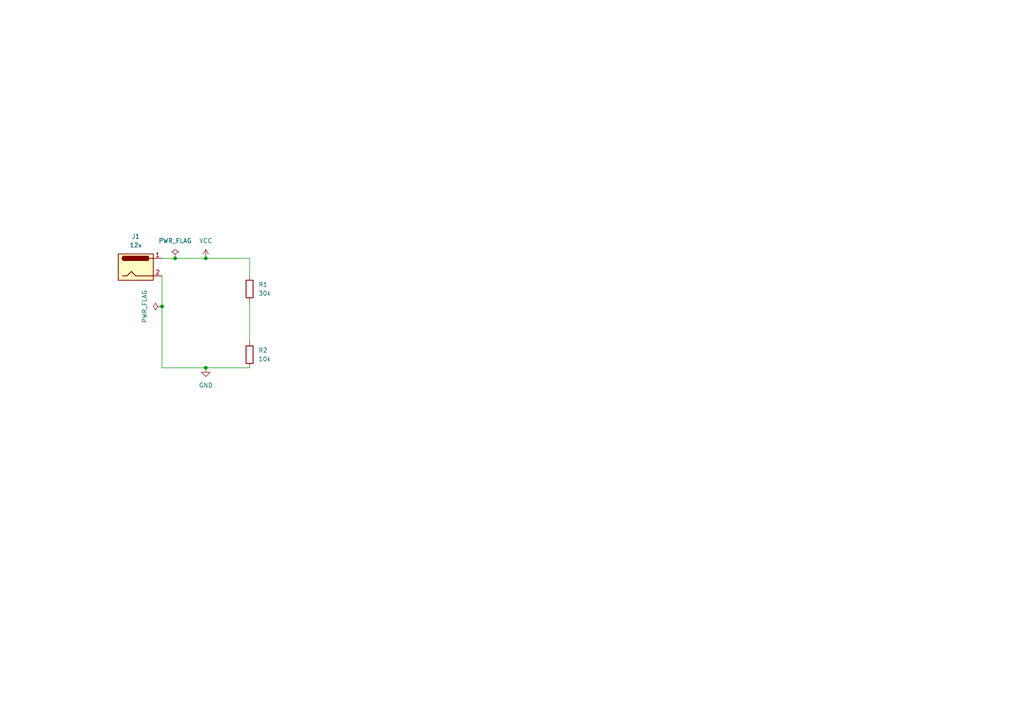
<source format=kicad_sch>
(kicad_sch (version 20250114) (generator "eeschema") (generator_version "9.0")
  (paper "A4")
  (lib_symbols
    (symbol "Connector:Jack-DC" (pin_names (offset 1.016))
      (property "Reference" "J" (at 0 5.334 0))
      (property "Value" "Jack-DC" (at 0 -5.08 0))
      (symbol "Jack-DC_0_1"
        (rectangle (start -5.08 3.81) (end 5.08 -3.81) (stroke (width 0.254)) (fill (type background)))
        (polyline (pts (xy -3.81 -2.54) (xy -2.54 -2.54) (xy -1.27 -1.27) (xy 0 -2.54) (xy 2.54 -2.54) (xy 5.08 -2.54)) (stroke (width 0.254)))
        (arc (start -3.302 1.905) (mid -3.9343 2.54) (end -3.302 3.175) (stroke (width 0.254)))
        (arc (start -3.302 1.905) (mid -3.9343 2.54) (end -3.302 3.175) (stroke (width 0.254)) (fill (type outline)))
        (rectangle (start 3.683 3.175) (end -3.302 1.905) (stroke (width 0.254)) (fill (type outline)))
        (polyline (pts (xy 5.08 2.54) (xy 3.81 2.54)) (stroke (width 0.254)))
      )
      (symbol "Jack-DC_1_1"
        (pin passive line (at 7.62 2.54 180) (length 2.54) (name "~") (number "1"))
        (pin passive line (at 7.62 -2.54 180) (length 2.54) (name "~") (number "2"))
      )
    )
    (symbol "Device:R" (pin_numbers (hide yes)) (pin_names (offset 0))
      (property "Reference" "R" (at 2.032 0 90))
      (property "Value" "R" (at 0 0 90))
      (symbol "R_0_1"
        (rectangle (start -1.016 -2.54) (end 1.016 2.54) (stroke (width 0.254)))
      )
      (symbol "R_1_1"
        (pin passive line (at 0 3.81 270) (length 1.27) (name "~") (number "1"))
        (pin passive line (at 0 -3.81 90) (length 1.27) (name "~") (number "2"))
      )
    )
    (symbol "power:GND" (power) (pin_numbers (hide yes)) (pin_names (offset 0) (hide yes))
      (property "Value" "GND" (at 0 -3.81 0))
      (symbol "GND_0_1"
        (polyline (pts (xy 0 0) (xy 0 -1.27) (xy 1.27 -1.27) (xy 0 -2.54) (xy -1.27 -1.27) (xy 0 -1.27)))
      )
      (symbol "GND_1_1"
        (pin power_in line (at 0 0 270) (length 0) (name "~") (number "1"))
      )
    )
    (symbol "power:PWR_FLAG" (power) (pin_numbers (hide yes)) (pin_names (offset 0) (hide yes))
      (property "Value" "PWR_FLAG" (at 0 3.81 0))
      (symbol "PWR_FLAG_0_0"
        (pin power_out line (at 0 0 90) (length 0) (name "~") (number "1"))
      )
      (symbol "PWR_FLAG_0_1"
        (polyline (pts (xy 0 0) (xy 0 1.27) (xy -1.016 1.905) (xy 0 2.54) (xy 1.016 1.905) (xy 0 1.27)))
      )
    )
    (symbol "power:VCC" (power) (pin_numbers (hide yes)) (pin_names (offset 0) (hide yes))
      (property "Value" "VCC" (at 0 3.556 0))
      (symbol "VCC_0_1"
        (polyline (pts (xy -0.762 1.27) (xy 0 2.54)))
        (polyline (pts (xy 0 2.54) (xy 0.762 1.27)))
        (polyline (pts (xy 0 0) (xy 0 2.54)))
      )
      (symbol "VCC_1_1"
        (pin power_in line (at 0 0 90) (length 0) (name "~") (number "1"))
      )
    )
  )
  (junction (at 50.8 74.93))
  (junction (at 59.69 106.68))
  (junction (at 46.99 88.9))
  (junction (at 59.69 74.93))
  (wire (pts (xy 50.8 74.93) (xy 59.69 74.93)))
  (wire (pts (xy 46.99 106.68) (xy 59.69 106.68)))
  (wire (pts (xy 72.39 74.93) (xy 72.39 80.01)))
  (wire (pts (xy 72.39 87.63) (xy 72.39 99.06)))
  (wire (pts (xy 46.99 74.93) (xy 50.8 74.93)))
  (wire (pts (xy 46.99 106.68) (xy 46.99 88.9)))
  (wire (pts (xy 59.69 74.93) (xy 72.39 74.93)))
  (wire (pts (xy 59.69 106.68) (xy 72.39 106.68)))
  (wire (pts (xy 46.99 88.9) (xy 46.99 80.01)))
  (symbol (lib_id "power:VCC") (at 59.69 74.93 0) (unit 1)
    (property "Reference" "#VCC0101" (effects (hide yes)))
    (property "Value" "VCC" (at 59.69 69.85 0))
    (property "Description" "Power symbol creates a global label with name \"VCC\"" (effects (hide yes)))
  )
  (symbol (lib_id "Device:R") (at 72.39 83.82 0) (unit 1)
    (property "Reference" "R1" (at 74.93 82.5499 0) (effects (justify left)))
    (property "Value" "30k" (at 74.93 85.0899 0) (effects (justify left)))
    (property "Description" "Resistor" (effects (hide yes)))
  )
  (symbol (lib_id "power:GND") (at 59.69 106.68 0) (unit 1)
    (property "Reference" "#PWR02" (effects (hide yes)))
    (property "Value" "GND" (at 59.69 111.76 0))
    (property "Description" "Power symbol creates a global label with name \"GND\" , ground" (effects (hide yes)))
  )
  (symbol (lib_id "power:PWR_FLAG") (at 46.99 88.9 90) (unit 1)
    (property "Reference" "#FLG02" (effects (hide yes)))
    (property "Value" "PWR_FLAG" (at 41.91 88.9 0))
    (property "Description" "Special symbol for telling ERC where power comes from" (effects (hide yes)))
  )
  (symbol (lib_id "Connector:Jack-DC") (at 39.37 77.47 0) (unit 1)
    (property "Reference" "J1" (at 39.37 68.58 0))
    (property "Value" "12v" (at 39.37 71.12 0))
    (property "Description" "DC Barrel Jack" (effects (hide yes)))
    (property "Sim.Device" "V" (effects (hide yes)))
    (property "Sim.Type" "DC" (effects (hide yes)))
    (property "Sim.Pins" "1=+ 2=-" (effects (hide yes)))
    (property "Sim.Params" "dc=12" (effects (hide yes)))
  )
  (symbol (lib_id "Device:R") (at 72.39 102.87 0) (unit 1)
    (property "Reference" "R2" (at 74.93 101.5999 0) (effects (justify left)))
    (property "Value" "10k" (at 74.93 104.1399 0) (effects (justify left)))
    (property "Description" "Resistor" (effects (hide yes)))
  )
  (symbol (lib_id "power:PWR_FLAG") (at 50.8 74.93 0) (unit 1)
    (property "Reference" "#FLG01" (effects (hide yes)))
    (property "Value" "PWR_FLAG" (at 50.8 69.85 0))
    (property "Description" "Special symbol for telling ERC where power comes from" (effects (hide yes)))
  )
)
</source>
